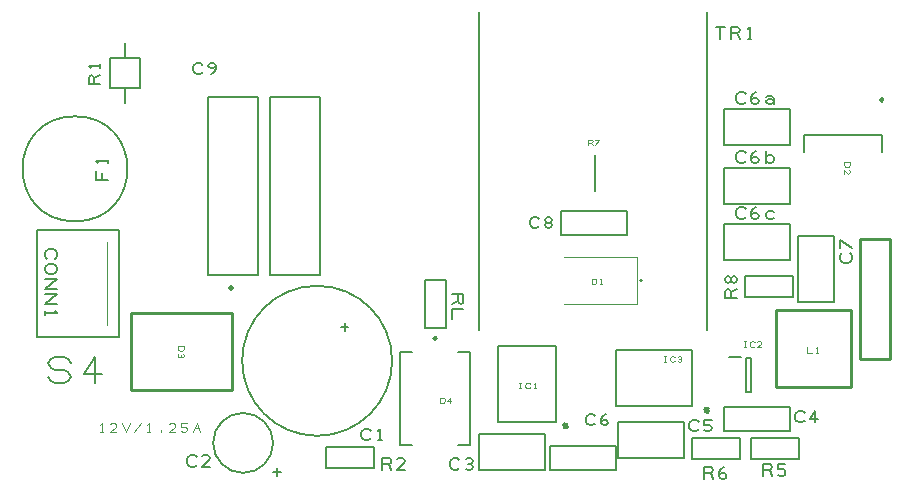
<source format=gbr>
%FSLAX35Y35*%
%MOIN*%
G04 EasyPC Gerber Version 18.0.9 Build 3640 *
%ADD78C,0.00100*%
%ADD75C,0.00394*%
%ADD79C,0.00472*%
%ADD74C,0.00500*%
%ADD76C,0.00787*%
%ADD80C,0.00984*%
%ADD71C,0.01000*%
%ADD77C,0.01500*%
%ADD81C,0.02000*%
X0Y0D02*
D02*
D71*
X74361Y66646D02*
G75*
G02X75425I532D01*
G01*
X74361D02*
G75*
G02X75425I532D01*
G01*
G75*
G02X74361I-532*
G01*
X75073Y58321D02*
Y32730D01*
X41569*
Y58321*
X75073*
X281470Y33596D02*
X256431D01*
Y59423*
X281470*
Y33596*
X284620Y83006D02*
Y43006D01*
X294620*
Y83006*
X284620*
D02*
D74*
X10093Y85880D02*
Y50447D01*
X37652*
Y85880*
X10093*
X13624Y76456D02*
X13311Y76768D01*
X12998Y77393*
Y78331*
X13311Y78956*
X13624Y79268*
X14248Y79581*
X15498*
X16124Y79268*
X16436Y78956*
X16748Y78331*
Y77393*
X16436Y76768*
X16124Y76456*
X14248Y74581D02*
X15498D01*
X16124Y74268*
X16436Y73956*
X16748Y73331*
Y72706*
X16436Y72081*
X16124Y71768*
X15498Y71456*
X14248*
X13624Y71768*
X13311Y72081*
X12998Y72706*
Y73331*
X13311Y73956*
X13624Y74268*
X14248Y74581*
X12998Y69581D02*
X16748D01*
X12998Y66456*
X16748*
X12998Y64581D02*
X16748D01*
X12998Y61456*
X16748*
X12998Y58956D02*
Y57706D01*
Y58331D02*
X16748D01*
X16124Y58956*
X22888Y123892D02*
G75*
G03Y88892J-17500D01*
G01*
G75*
G03Y123892J17500*
G01*
X31183Y134531D02*
X27433D01*
Y136719*
X27745Y137344*
X28370Y137657*
X28995Y137344*
X29307Y136719*
Y134531*
Y136719D02*
X31183Y137657D01*
Y140157D02*
Y141407D01*
Y140781D02*
X27433D01*
X28057Y140157*
X33761Y102612D02*
X30011D01*
Y105737*
X31886Y105112D02*
Y102612D01*
X33761Y108237D02*
Y109487D01*
Y108862D02*
X30011D01*
X30636Y108237*
X39620Y128281D02*
Y133281D01*
Y143281D02*
Y148281D01*
X44620Y133281D02*
X34620D01*
Y143281*
X44620*
Y133281*
X63415Y7718D02*
X63102Y7406D01*
X62477Y7093*
X61539*
X60915Y7406*
X60602Y7718*
X60289Y8343*
Y9593*
X60602Y10218*
X60915Y10531*
X61539Y10843*
X62477*
X63102Y10531*
X63415Y10218*
X67789Y7093D02*
X65289D01*
X67477Y9281*
X67789Y9906*
X67477Y10531*
X66852Y10843*
X65915*
X65289Y10531*
X65383Y138624D02*
X65070Y138311D01*
X64445Y137998*
X63508*
X62883Y138311*
X62570Y138624*
X62258Y139248*
Y140498*
X62570Y141124*
X62883Y141436*
X63508Y141748*
X64445*
X65070Y141436*
X65383Y141124*
X68195Y137998D02*
X68820Y138311D01*
X69445Y138936*
X69758Y139874*
Y140811*
X69445Y141436*
X68820Y141748*
X68195*
X67570Y141436*
X67258Y140811*
X67570Y140186*
X68195Y139874*
X68820*
X69445Y140186*
X69758Y140811*
X67179Y130171D02*
Y71116D01*
X83911*
Y130171*
X67179*
X87848D02*
Y71116D01*
X104581*
Y130171*
X87848*
X88911Y15014D02*
G75*
G02X78911Y5014I-10000D01*
G01*
G75*
G02X68911Y15014J10000*
G01*
G75*
G02X78911Y25014I10000*
G01*
G75*
G02X88911Y15014J-10000*
G01*
X91411Y5326D02*
X88911D01*
X90161Y6576D02*
Y4076D01*
X103596Y67415D02*
G75*
G02X128596Y42415J-25000D01*
G01*
G75*
G02X103596Y17415I-25000*
G01*
G75*
G02X78596Y42415J25000*
G01*
G75*
G02X103596Y67415I25000*
G01*
X112784Y54915D02*
Y52415D01*
X111534Y53665D02*
X114034D01*
X121485Y16576D02*
X121173Y16264D01*
X120548Y15951*
X119610*
X118985Y16264*
X118673Y16576*
X118360Y17201*
Y18451*
X118673Y19076*
X118985Y19389*
X119610Y19701*
X120548*
X121173Y19389*
X121485Y19076*
X123985Y15951D02*
X125235D01*
X124610D02*
Y19701D01*
X123985Y19076*
X122423Y13593D02*
X106423D01*
Y6593*
X122423*
Y13593*
X125250Y6109D02*
Y9859D01*
X127437*
X128063Y9546*
X128375Y8921*
X128063Y8296*
X127437Y7984*
X125250*
X127437D02*
X128375Y6109D01*
X132750D02*
X130250D01*
X132437Y8296*
X132750Y8921*
X132437Y9546*
X131813Y9859*
X130875*
X130250Y9546*
X139467Y69274D02*
Y53274D01*
X146467*
Y69274*
X139467*
X148628Y64522D02*
X152378D01*
Y62334*
X152066Y61709*
X151441Y61396*
X150816Y61709*
X150504Y62334*
Y64522*
Y62334D02*
X148628Y61396D01*
X152378Y59522D02*
X148628D01*
Y56396*
X151013Y6734D02*
X150700Y6421D01*
X150075Y6109*
X149138*
X148513Y6421*
X148200Y6734*
X147888Y7359*
Y8609*
X148200Y9234*
X148513Y9546*
X149138Y9859*
X150075*
X150700Y9546*
X151013Y9234*
X153200Y6421D02*
X153825Y6109D01*
X154450*
X155075Y6421*
X155388Y7046*
X155075Y7671*
X154450Y7984*
X153825*
X154450D02*
X155075Y8296D01*
X155388Y8921*
X155075Y9546*
X154450Y9859*
X153825*
X153200Y9546*
X157596Y52715D02*
Y158715D01*
X177588Y87246D02*
X177275Y86933D01*
X176650Y86620*
X175713*
X175088Y86933*
X174775Y87246*
X174463Y87870*
Y89120*
X174775Y89746*
X175088Y90058*
X175713Y90370*
X176650*
X177275Y90058*
X177588Y89746*
X180400Y88496D02*
X181025D01*
X181650Y88808*
X181963Y89433*
X181650Y90058*
X181025Y90370*
X180400*
X179775Y90058*
X179463Y89433*
X179775Y88808*
X180400Y88496*
X179775Y88183*
X179463Y87558*
X179775Y86933*
X180400Y86620*
X181025*
X181650Y86933*
X181963Y87558*
X181650Y88183*
X181025Y88496*
X179557Y18061D02*
X157557D01*
Y6061*
X179557*
Y18061*
X181179Y6093D02*
X203179D01*
Y14093*
X181179*
Y6093*
X196289Y21498D02*
X195976Y21185D01*
X195351Y20872*
X194413*
X193789Y21185*
X193476Y21498*
X193163Y22122*
Y23372*
X193476Y23998*
X193789Y24310*
X194413Y24622*
X195351*
X195976Y24310*
X196289Y23998*
X198163Y21810D02*
X198476Y22435D01*
X199101Y22748*
X199726*
X200351Y22435*
X200663Y21810*
X200351Y21185*
X199726Y20872*
X199101*
X198476Y21185*
X198163Y21810*
Y22748*
X198476Y23685*
X199101Y24310*
X199726Y24622*
X203817Y9998D02*
X225817D01*
Y21998*
X203817*
Y9998*
X207018Y92341D02*
X185018D01*
Y84341*
X207018*
Y92341*
X230737Y19529D02*
X230425Y19217D01*
X229800Y18904*
X228862*
X228237Y19217*
X227925Y19529*
X227612Y20154*
Y21404*
X227925Y22029*
X228237Y22342*
X228862Y22654*
X229800*
X230425Y22342*
X230737Y22029*
X232612Y19217D02*
X233237Y18904D01*
X234175*
X234800Y19217*
X235112Y19842*
Y20154*
X234800Y20779*
X234175Y21092*
X232612*
Y22654*
X235112*
X228470Y9545D02*
X244470D01*
Y16545*
X228470*
Y9545*
X232533Y3156D02*
Y6906D01*
X234721*
X235346Y6594*
X235659Y5969*
X235346Y5344*
X234721Y5031*
X232533*
X234721D02*
X235659Y3156D01*
X237533Y4094D02*
X237846Y4719D01*
X238471Y5031*
X239096*
X239721Y4719*
X240033Y4094*
X239721Y3469*
X239096Y3156*
X238471*
X237846Y3469*
X237533Y4094*
Y5031*
X237846Y5969*
X238471Y6594*
X239096Y6906*
X233596Y52715D02*
Y158715D01*
X238033Y149770D02*
Y153520D01*
X236470D02*
X239596D01*
X241470Y149770D02*
Y153520D01*
X243658*
X244283Y153208*
X244596Y152583*
X244283Y151958*
X243658Y151645*
X241470*
X243658D02*
X244596Y149770D01*
X247096D02*
X248346D01*
X247720D02*
Y153520D01*
X247096Y152895*
X239250Y75943D02*
X261250D01*
Y87943*
X239250*
Y75943*
Y94644D02*
X261250D01*
Y106644*
X239250*
Y94644*
Y114329D02*
X261250D01*
Y126329*
X239250*
Y114329*
X246485Y90395D02*
X246173Y90083D01*
X245548Y89770*
X244610*
X243985Y90083*
X243673Y90395*
X243360Y91020*
Y92270*
X243673Y92895*
X243985Y93208*
X244610Y93520*
X245548*
X246173Y93208*
X246485Y92895*
X248360Y90708D02*
X248673Y91333D01*
X249298Y91645*
X249923*
X250548Y91333*
X250860Y90708*
X250548Y90083*
X249923Y89770*
X249298*
X248673Y90083*
X248360Y90708*
Y91645*
X248673Y92583*
X249298Y93208*
X249923Y93520*
X255860Y91958D02*
X255235Y92270D01*
X254298*
X253673Y91958*
X253360Y91333*
Y90708*
X253673Y90083*
X254298Y89770*
X255235*
X255860Y90083*
X246485Y109096D02*
X246173Y108783D01*
X245548Y108471*
X244610*
X243985Y108783*
X243673Y109096*
X243360Y109721*
Y110971*
X243673Y111596*
X243985Y111909*
X244610Y112221*
X245548*
X246173Y111909*
X246485Y111596*
X248360Y109409D02*
X248673Y110033D01*
X249298Y110346*
X249923*
X250548Y110033*
X250860Y109409*
X250548Y108783*
X249923Y108471*
X249298*
X248673Y108783*
X248360Y109409*
Y110346*
X248673Y111283*
X249298Y111909*
X249923Y112221*
X253360Y109409D02*
X253673Y108783D01*
X254298Y108471*
X254923*
X255548Y108783*
X255860Y109409*
Y110033*
X255548Y110659*
X254923Y110971*
X254298*
X253673Y110659*
X253360Y110033*
Y108471D02*
Y112221D01*
X246485Y128781D02*
X246173Y128469D01*
X245548Y128156*
X244610*
X243985Y128469*
X243673Y128781*
X243360Y129406*
Y130656*
X243673Y131281*
X243985Y131594*
X244610Y131906*
X245548*
X246173Y131594*
X246485Y131281*
X248360Y129094D02*
X248673Y129719D01*
X249298Y130031*
X249923*
X250548Y129719*
X250860Y129094*
X250548Y128469*
X249923Y128156*
X249298*
X248673Y128469*
X248360Y129094*
Y130031*
X248673Y130969*
X249298Y131594*
X249923Y131906*
X253360Y130344D02*
X253985Y130656D01*
X254923*
X255548Y130344*
X255860Y129719*
Y128781*
X255548Y128469*
X254923Y128156*
X254298*
X253673Y128469*
X253360Y128781*
Y129094*
X253673Y129406*
X254298Y129719*
X254923*
X255548Y129406*
X255860Y129094*
Y128781D02*
Y128156D01*
X243407Y63242D02*
X239657D01*
Y65430*
X239969Y66055*
X240594Y66367*
X241219Y66055*
X241532Y65430*
Y63242*
Y65430D02*
X243407Y66367D01*
X241532Y69180D02*
Y69805D01*
X241219Y70430*
X240594Y70742*
X239969Y70430*
X239657Y69805*
Y69180*
X239969Y68555*
X240594Y68242*
X241219Y68555*
X241532Y69180*
X241844Y68555*
X242469Y68242*
X243094Y68555*
X243407Y69180*
Y69805*
X243094Y70430*
X242469Y70742*
X241844Y70430*
X241532Y69805*
X246187Y63679D02*
X262187D01*
Y70679*
X246187*
Y63679*
X248156Y9545D02*
X264156D01*
Y16545*
X248156*
Y9545*
X252219Y4140D02*
Y7890D01*
X254406*
X255031Y7578*
X255344Y6953*
X255031Y6328*
X254406Y6015*
X252219*
X254406D02*
X255344Y4140D01*
X257219Y4453D02*
X257844Y4140D01*
X258781*
X259406Y4453*
X259719Y5078*
Y5390*
X259406Y6015*
X258781Y6328*
X257219*
Y7890*
X259719*
X261250Y26888D02*
X239250D01*
Y18888*
X261250*
Y26888*
X266170Y22482D02*
X265858Y22169D01*
X265233Y21857*
X264295*
X263670Y22169*
X263358Y22482*
X263045Y23107*
Y24357*
X263358Y24982*
X263670Y25294*
X264295Y25607*
X265233*
X265858Y25294*
X266170Y24982*
X269608Y21857D02*
Y25607D01*
X268045Y23107*
X270545*
X275935Y62085D02*
Y84085D01*
X263935*
Y62085*
X275935*
X281168Y78178D02*
X281480Y77866D01*
X281793Y77241*
Y76303*
X281480Y75678*
X281168Y75366*
X280543Y75053*
X279293*
X278668Y75366*
X278355Y75678*
X278043Y76303*
Y77241*
X278355Y77866*
X278668Y78178*
X281793Y80053D02*
X278043Y82553D01*
Y80053*
D02*
D75*
X31254Y18705D02*
X32238D01*
X31746D02*
Y21657D01*
X31254Y21165*
X36667Y18705D02*
X34699D01*
X36421Y20427*
X36667Y20919*
X36421Y21411*
X35929Y21657*
X35191*
X34699Y21411*
X38636Y21657D02*
X39866Y18705D01*
X41096Y21657*
X42573Y18705D02*
X45033Y21657D01*
X47002Y18705D02*
X47986D01*
X47494D02*
Y21657D01*
X47002Y21165*
X51431Y18705D02*
X51677Y18951D01*
Y19197*
X56352Y18705D02*
X54384D01*
X56106Y20427*
X56352Y20919*
X56106Y21411*
X55614Y21657*
X54876*
X54384Y21411*
X58321Y18951D02*
X58813Y18705D01*
X59551*
X60043Y18951*
X60289Y19443*
Y19689*
X60043Y20181*
X59551Y20427*
X58321*
Y21657*
X60289*
X62258Y18705D02*
X63488Y21657D01*
X64719Y18705*
X62750Y19935D02*
X64226D01*
X33715Y81943D02*
Y54384D01*
D02*
D76*
X14030Y37159D02*
X14768Y35683D01*
X16244Y34945*
X19197*
X20673Y35683*
X21411Y37159*
X20673Y38636*
X19197Y39374*
X16244*
X14768Y40112*
X14030Y41589*
X14768Y43065*
X16244Y43803*
X19197*
X20673Y43065*
X21411Y41589*
X29531Y34945D02*
Y43803D01*
X25841Y37898*
X31746*
X135289Y45329D02*
X131352D01*
Y14226*
X135289*
X150644Y45329D02*
X154581D01*
Y14226*
X150644*
X183124Y21904D02*
X163833D01*
Y47494*
X183124*
Y21904*
X196313Y99069D02*
Y110880D01*
X211116Y69148D02*
G75*
G02X211904I394D01*
G01*
X211116D02*
G75*
G02X211904I394D01*
G01*
G75*
G02X211116I-394*
G01*
X228400Y27435D02*
X203203D01*
Y45900*
X228400*
Y27435*
X240900Y43557D02*
X245033D01*
X246411Y43360D02*
X248183D01*
Y31943*
X246411*
Y43360*
X265801Y112061D02*
Y117573D01*
X291785*
Y112061*
D02*
D77*
X186668Y20396D02*
G75*
G03X186043Y21021I-312J313D01*
G01*
G75*
G03X186668Y20396I313J-312*
G01*
D02*
D78*
X57215Y47297D02*
X59090D01*
Y46360*
X58933Y46047*
X58777Y45891*
X58465Y45735*
X57840*
X57527Y45891*
X57371Y46047*
X57215Y46360*
Y47297*
X57371Y44641D02*
X57215Y44328D01*
Y44016*
X57371Y43704*
X57683Y43547*
X57996Y43704*
X58152Y44016*
Y44328*
Y44016D02*
X58309Y43704D01*
X58621Y43547*
X58933Y43704*
X59090Y44016*
Y44328*
X58933Y44641*
X144541Y28278D02*
Y30153D01*
X145479*
X145791Y29996*
X145948Y29840*
X146104Y29528*
Y28903*
X145948Y28590*
X145791Y28434*
X145479Y28278*
X144541*
X147822D02*
Y30153D01*
X147041Y28903*
X148291*
X170994Y33199D02*
X171619D01*
X171307D02*
Y35074D01*
X170994D02*
X171619D01*
X174588Y33511D02*
X174432Y33356D01*
X174119Y33199*
X173651*
X173338Y33356*
X173182Y33511*
X173026Y33824*
Y34449*
X173182Y34761*
X173338Y34918*
X173651Y35074*
X174119*
X174432Y34918*
X174588Y34761*
X175838Y33199D02*
X176463D01*
X176151D02*
Y35074D01*
X175838Y34761*
X193852Y114203D02*
Y116078D01*
X194946*
X195259Y115922*
X195415Y115609*
X195259Y115297*
X194946Y115141*
X193852*
X194946D02*
X195415Y114203D01*
X196352D02*
X197602Y116078D01*
X196352*
X195132Y67943D02*
Y69818D01*
X196069*
X196382Y69662*
X196538Y69506*
X196694Y69193*
Y68568*
X196538Y68256*
X196382Y68100*
X196069Y67943*
X195132*
X197944D02*
X198569D01*
X198257D02*
Y69818D01*
X197944Y69506*
X219223Y42057D02*
X219848D01*
X219535D02*
Y43932D01*
X219223D02*
X219848D01*
X222817Y42370D02*
X222660Y42214D01*
X222348Y42057*
X221879*
X221567Y42214*
X221410Y42370*
X221254Y42682*
Y43307*
X221410Y43620*
X221567Y43776*
X221879Y43932*
X222348*
X222660Y43776*
X222817Y43620*
X223910Y42214D02*
X224223Y42057D01*
X224535*
X224848Y42214*
X225004Y42526*
X224848Y42839*
X224535Y42995*
X224223*
X224535D02*
X224848Y43151D01*
X225004Y43464*
X224848Y43776*
X224535Y43932*
X224223*
X223910Y43776*
X245798Y46979D02*
X246422D01*
X246110D02*
Y48854D01*
X245798D02*
X246422D01*
X249391Y47291D02*
X249235Y47135D01*
X248922Y46979*
X248454*
X248141Y47135*
X247985Y47291*
X247829Y47604*
Y48229*
X247985Y48541*
X248141Y48697*
X248454Y48854*
X248922*
X249235Y48697*
X249391Y48541*
X251579Y46979D02*
X250329D01*
X251422Y48072*
X251579Y48385*
X251422Y48697*
X251110Y48854*
X250641*
X250329Y48697*
X266982Y46885D02*
Y45010D01*
X268545*
X269795D02*
X270420D01*
X270107D02*
Y46885D01*
X269795Y46572*
X279262Y108518D02*
X281137D01*
Y107580*
X280981Y107268*
X280824Y107111*
X280512Y106955*
X279887*
X279574Y107111*
X279419Y107268*
X279262Y107580*
Y108518*
Y104768D02*
Y106018D01*
X280356Y104924*
X280669Y104768*
X280981Y104924*
X281137Y105237*
Y105705*
X280981Y106018*
D02*
D79*
X185841Y61352D02*
X210250D01*
Y76943*
X185841*
D02*
D80*
X142967Y49364D02*
G75*
G02Y50348J492D01*
G01*
Y49364D02*
G75*
G02Y50348J492D01*
G01*
G75*
G02Y49364J-492*
G01*
X291785Y128892D02*
G75*
G02Y129876J492D01*
G01*
Y128892D02*
G75*
G02Y129876J492D01*
G01*
G75*
G02Y128892J-492*
G01*
D02*
D81*
X233551Y25667D02*
G75*
G03X233301Y26167I-125J250D01*
G01*
G75*
G03X233551Y25667I125J-250*
G01*
X0Y0D02*
M02*

</source>
